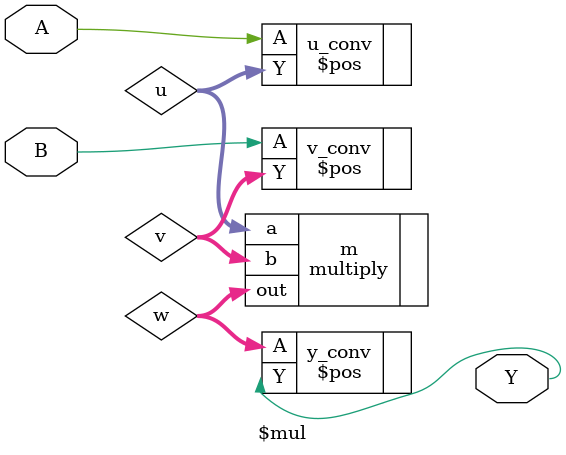
<source format=v>
module \$mul (A, B, Y);

    parameter A_SIGNED = 0;
    parameter B_SIGNED = 0;
    parameter A_WIDTH = 1;
    parameter B_WIDTH = 1;
    parameter Y_WIDTH = 1;

    localparam  MULTIPLIER = A_WIDTH <= 9 && B_WIDTH <= 9 ? 9
                            : A_WIDTH <= 18 && B_WIDTH <= 18 ? 18
                            : A_WIDTH <= 36 && B_WIDTH <= 36 ? 36
                            : 1;

    input [A_WIDTH-1:0] A;
    input [B_WIDTH-1:0] B;
    output [Y_WIDTH-1:0] Y;

    // give up if signed, or width is larger than 36
    wire _TECHMAP_FAIL_ = A_SIGNED || B_SIGNED || A_WIDTH > 36 || B_WIDTH > 36;

    wire [MULTIPLIER-1:0]   u, v;
    wire [2*MULTIPLIER-1:0] w;

    \$pos #(.A_SIGNED(0), .A_WIDTH(A_WIDTH), .Y_WIDTH(MULTIPLIER))      u_conv (.A(A), .Y(u));
    \$pos #(.A_SIGNED(0), .A_WIDTH(B_WIDTH), .Y_WIDTH(MULTIPLIER))      v_conv (.A(B), .Y(v));
    \$pos #(.A_SIGNED(0), .A_WIDTH(2*MULTIPLIER), .Y_WIDTH(Y_WIDTH))    y_conv (.A(w), .Y(Y));

    multiply #(.WIDTH(MULTIPLIER)) m (.a(u),.b(v),.out(w));

endmodule

</source>
